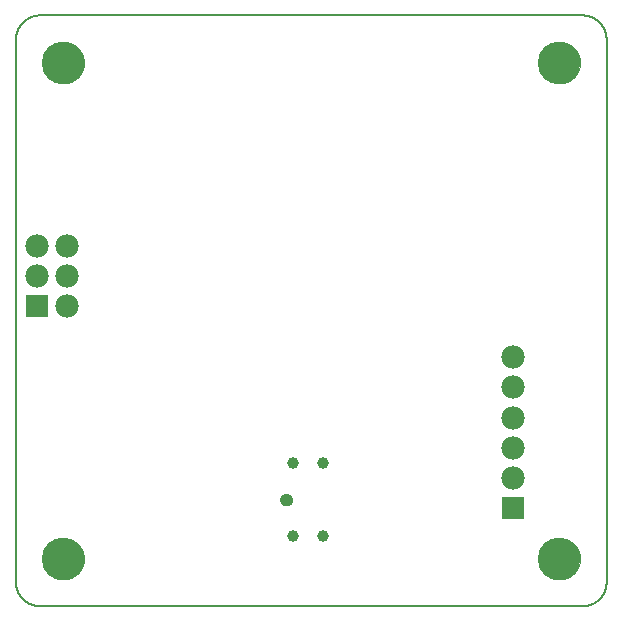
<source format=gbs>
G75*
%MOIN*%
%OFA0B0*%
%FSLAX25Y25*%
%IPPOS*%
%LPD*%
%AMOC8*
5,1,8,0,0,1.08239X$1,22.5*
%
%ADD10C,0.00800*%
%ADD11C,0.00000*%
%ADD12C,0.14180*%
%ADD13R,0.07782X0.07782*%
%ADD14C,0.07782*%
%ADD15C,0.04140*%
%ADD16C,0.03962*%
D10*
X0003031Y0009274D02*
X0003031Y0190376D01*
X0003032Y0190376D02*
X0003034Y0190566D01*
X0003041Y0190756D01*
X0003053Y0190946D01*
X0003069Y0191136D01*
X0003089Y0191325D01*
X0003115Y0191514D01*
X0003144Y0191702D01*
X0003179Y0191889D01*
X0003218Y0192075D01*
X0003261Y0192260D01*
X0003309Y0192445D01*
X0003361Y0192628D01*
X0003417Y0192809D01*
X0003478Y0192989D01*
X0003544Y0193168D01*
X0003613Y0193345D01*
X0003687Y0193521D01*
X0003765Y0193694D01*
X0003848Y0193866D01*
X0003934Y0194035D01*
X0004024Y0194203D01*
X0004119Y0194368D01*
X0004217Y0194531D01*
X0004320Y0194691D01*
X0004426Y0194849D01*
X0004536Y0195004D01*
X0004649Y0195157D01*
X0004767Y0195307D01*
X0004888Y0195453D01*
X0005012Y0195597D01*
X0005140Y0195738D01*
X0005271Y0195876D01*
X0005406Y0196011D01*
X0005544Y0196142D01*
X0005685Y0196270D01*
X0005829Y0196394D01*
X0005975Y0196515D01*
X0006125Y0196633D01*
X0006278Y0196746D01*
X0006433Y0196856D01*
X0006591Y0196962D01*
X0006751Y0197065D01*
X0006914Y0197163D01*
X0007079Y0197258D01*
X0007247Y0197348D01*
X0007416Y0197434D01*
X0007588Y0197517D01*
X0007761Y0197595D01*
X0007937Y0197669D01*
X0008114Y0197738D01*
X0008293Y0197804D01*
X0008473Y0197865D01*
X0008654Y0197921D01*
X0008837Y0197973D01*
X0009022Y0198021D01*
X0009207Y0198064D01*
X0009393Y0198103D01*
X0009580Y0198138D01*
X0009768Y0198167D01*
X0009957Y0198193D01*
X0010146Y0198213D01*
X0010336Y0198229D01*
X0010526Y0198241D01*
X0010716Y0198248D01*
X0010906Y0198250D01*
X0192008Y0198250D01*
X0192198Y0198248D01*
X0192388Y0198241D01*
X0192578Y0198229D01*
X0192768Y0198213D01*
X0192957Y0198193D01*
X0193146Y0198167D01*
X0193334Y0198138D01*
X0193521Y0198103D01*
X0193707Y0198064D01*
X0193892Y0198021D01*
X0194077Y0197973D01*
X0194260Y0197921D01*
X0194441Y0197865D01*
X0194621Y0197804D01*
X0194800Y0197738D01*
X0194977Y0197669D01*
X0195153Y0197595D01*
X0195326Y0197517D01*
X0195498Y0197434D01*
X0195667Y0197348D01*
X0195835Y0197258D01*
X0196000Y0197163D01*
X0196163Y0197065D01*
X0196323Y0196962D01*
X0196481Y0196856D01*
X0196636Y0196746D01*
X0196789Y0196633D01*
X0196939Y0196515D01*
X0197085Y0196394D01*
X0197229Y0196270D01*
X0197370Y0196142D01*
X0197508Y0196011D01*
X0197643Y0195876D01*
X0197774Y0195738D01*
X0197902Y0195597D01*
X0198026Y0195453D01*
X0198147Y0195307D01*
X0198265Y0195157D01*
X0198378Y0195004D01*
X0198488Y0194849D01*
X0198594Y0194691D01*
X0198697Y0194531D01*
X0198795Y0194368D01*
X0198890Y0194203D01*
X0198980Y0194035D01*
X0199066Y0193866D01*
X0199149Y0193694D01*
X0199227Y0193521D01*
X0199301Y0193345D01*
X0199370Y0193168D01*
X0199436Y0192989D01*
X0199497Y0192809D01*
X0199553Y0192628D01*
X0199605Y0192445D01*
X0199653Y0192260D01*
X0199696Y0192075D01*
X0199735Y0191889D01*
X0199770Y0191702D01*
X0199799Y0191514D01*
X0199825Y0191325D01*
X0199845Y0191136D01*
X0199861Y0190946D01*
X0199873Y0190756D01*
X0199880Y0190566D01*
X0199882Y0190376D01*
X0199882Y0009274D01*
X0199880Y0009084D01*
X0199873Y0008894D01*
X0199861Y0008704D01*
X0199845Y0008514D01*
X0199825Y0008325D01*
X0199799Y0008136D01*
X0199770Y0007948D01*
X0199735Y0007761D01*
X0199696Y0007575D01*
X0199653Y0007390D01*
X0199605Y0007205D01*
X0199553Y0007022D01*
X0199497Y0006841D01*
X0199436Y0006661D01*
X0199370Y0006482D01*
X0199301Y0006305D01*
X0199227Y0006129D01*
X0199149Y0005956D01*
X0199066Y0005784D01*
X0198980Y0005615D01*
X0198890Y0005447D01*
X0198795Y0005282D01*
X0198697Y0005119D01*
X0198594Y0004959D01*
X0198488Y0004801D01*
X0198378Y0004646D01*
X0198265Y0004493D01*
X0198147Y0004343D01*
X0198026Y0004197D01*
X0197902Y0004053D01*
X0197774Y0003912D01*
X0197643Y0003774D01*
X0197508Y0003639D01*
X0197370Y0003508D01*
X0197229Y0003380D01*
X0197085Y0003256D01*
X0196939Y0003135D01*
X0196789Y0003017D01*
X0196636Y0002904D01*
X0196481Y0002794D01*
X0196323Y0002688D01*
X0196163Y0002585D01*
X0196000Y0002487D01*
X0195835Y0002392D01*
X0195667Y0002302D01*
X0195498Y0002216D01*
X0195326Y0002133D01*
X0195153Y0002055D01*
X0194977Y0001981D01*
X0194800Y0001912D01*
X0194621Y0001846D01*
X0194441Y0001785D01*
X0194260Y0001729D01*
X0194077Y0001677D01*
X0193892Y0001629D01*
X0193707Y0001586D01*
X0193521Y0001547D01*
X0193334Y0001512D01*
X0193146Y0001483D01*
X0192957Y0001457D01*
X0192768Y0001437D01*
X0192578Y0001421D01*
X0192388Y0001409D01*
X0192198Y0001402D01*
X0192008Y0001400D01*
X0010906Y0001400D01*
X0010716Y0001402D01*
X0010526Y0001409D01*
X0010336Y0001421D01*
X0010146Y0001437D01*
X0009957Y0001457D01*
X0009768Y0001483D01*
X0009580Y0001512D01*
X0009393Y0001547D01*
X0009207Y0001586D01*
X0009022Y0001629D01*
X0008837Y0001677D01*
X0008654Y0001729D01*
X0008473Y0001785D01*
X0008293Y0001846D01*
X0008114Y0001912D01*
X0007937Y0001981D01*
X0007761Y0002055D01*
X0007588Y0002133D01*
X0007416Y0002216D01*
X0007247Y0002302D01*
X0007079Y0002392D01*
X0006914Y0002487D01*
X0006751Y0002585D01*
X0006591Y0002688D01*
X0006433Y0002794D01*
X0006278Y0002904D01*
X0006125Y0003017D01*
X0005975Y0003135D01*
X0005829Y0003256D01*
X0005685Y0003380D01*
X0005544Y0003508D01*
X0005406Y0003639D01*
X0005271Y0003774D01*
X0005140Y0003912D01*
X0005012Y0004053D01*
X0004888Y0004197D01*
X0004767Y0004343D01*
X0004649Y0004493D01*
X0004536Y0004646D01*
X0004426Y0004801D01*
X0004320Y0004959D01*
X0004217Y0005119D01*
X0004119Y0005282D01*
X0004024Y0005447D01*
X0003934Y0005615D01*
X0003848Y0005784D01*
X0003765Y0005956D01*
X0003687Y0006129D01*
X0003613Y0006305D01*
X0003544Y0006482D01*
X0003478Y0006661D01*
X0003417Y0006841D01*
X0003361Y0007022D01*
X0003309Y0007205D01*
X0003261Y0007390D01*
X0003218Y0007575D01*
X0003179Y0007761D01*
X0003144Y0007948D01*
X0003115Y0008136D01*
X0003089Y0008325D01*
X0003069Y0008514D01*
X0003053Y0008704D01*
X0003041Y0008894D01*
X0003034Y0009084D01*
X0003032Y0009274D01*
D11*
X0011890Y0017148D02*
X0011892Y0017317D01*
X0011898Y0017486D01*
X0011909Y0017655D01*
X0011923Y0017823D01*
X0011942Y0017991D01*
X0011965Y0018159D01*
X0011991Y0018326D01*
X0012022Y0018492D01*
X0012057Y0018658D01*
X0012096Y0018822D01*
X0012140Y0018986D01*
X0012187Y0019148D01*
X0012238Y0019309D01*
X0012293Y0019469D01*
X0012352Y0019628D01*
X0012414Y0019785D01*
X0012481Y0019940D01*
X0012552Y0020094D01*
X0012626Y0020246D01*
X0012704Y0020396D01*
X0012785Y0020544D01*
X0012870Y0020690D01*
X0012959Y0020834D01*
X0013051Y0020976D01*
X0013147Y0021115D01*
X0013246Y0021252D01*
X0013348Y0021387D01*
X0013454Y0021519D01*
X0013563Y0021648D01*
X0013675Y0021775D01*
X0013790Y0021899D01*
X0013908Y0022020D01*
X0014029Y0022138D01*
X0014153Y0022253D01*
X0014280Y0022365D01*
X0014409Y0022474D01*
X0014541Y0022580D01*
X0014676Y0022682D01*
X0014813Y0022781D01*
X0014952Y0022877D01*
X0015094Y0022969D01*
X0015238Y0023058D01*
X0015384Y0023143D01*
X0015532Y0023224D01*
X0015682Y0023302D01*
X0015834Y0023376D01*
X0015988Y0023447D01*
X0016143Y0023514D01*
X0016300Y0023576D01*
X0016459Y0023635D01*
X0016619Y0023690D01*
X0016780Y0023741D01*
X0016942Y0023788D01*
X0017106Y0023832D01*
X0017270Y0023871D01*
X0017436Y0023906D01*
X0017602Y0023937D01*
X0017769Y0023963D01*
X0017937Y0023986D01*
X0018105Y0024005D01*
X0018273Y0024019D01*
X0018442Y0024030D01*
X0018611Y0024036D01*
X0018780Y0024038D01*
X0018949Y0024036D01*
X0019118Y0024030D01*
X0019287Y0024019D01*
X0019455Y0024005D01*
X0019623Y0023986D01*
X0019791Y0023963D01*
X0019958Y0023937D01*
X0020124Y0023906D01*
X0020290Y0023871D01*
X0020454Y0023832D01*
X0020618Y0023788D01*
X0020780Y0023741D01*
X0020941Y0023690D01*
X0021101Y0023635D01*
X0021260Y0023576D01*
X0021417Y0023514D01*
X0021572Y0023447D01*
X0021726Y0023376D01*
X0021878Y0023302D01*
X0022028Y0023224D01*
X0022176Y0023143D01*
X0022322Y0023058D01*
X0022466Y0022969D01*
X0022608Y0022877D01*
X0022747Y0022781D01*
X0022884Y0022682D01*
X0023019Y0022580D01*
X0023151Y0022474D01*
X0023280Y0022365D01*
X0023407Y0022253D01*
X0023531Y0022138D01*
X0023652Y0022020D01*
X0023770Y0021899D01*
X0023885Y0021775D01*
X0023997Y0021648D01*
X0024106Y0021519D01*
X0024212Y0021387D01*
X0024314Y0021252D01*
X0024413Y0021115D01*
X0024509Y0020976D01*
X0024601Y0020834D01*
X0024690Y0020690D01*
X0024775Y0020544D01*
X0024856Y0020396D01*
X0024934Y0020246D01*
X0025008Y0020094D01*
X0025079Y0019940D01*
X0025146Y0019785D01*
X0025208Y0019628D01*
X0025267Y0019469D01*
X0025322Y0019309D01*
X0025373Y0019148D01*
X0025420Y0018986D01*
X0025464Y0018822D01*
X0025503Y0018658D01*
X0025538Y0018492D01*
X0025569Y0018326D01*
X0025595Y0018159D01*
X0025618Y0017991D01*
X0025637Y0017823D01*
X0025651Y0017655D01*
X0025662Y0017486D01*
X0025668Y0017317D01*
X0025670Y0017148D01*
X0025668Y0016979D01*
X0025662Y0016810D01*
X0025651Y0016641D01*
X0025637Y0016473D01*
X0025618Y0016305D01*
X0025595Y0016137D01*
X0025569Y0015970D01*
X0025538Y0015804D01*
X0025503Y0015638D01*
X0025464Y0015474D01*
X0025420Y0015310D01*
X0025373Y0015148D01*
X0025322Y0014987D01*
X0025267Y0014827D01*
X0025208Y0014668D01*
X0025146Y0014511D01*
X0025079Y0014356D01*
X0025008Y0014202D01*
X0024934Y0014050D01*
X0024856Y0013900D01*
X0024775Y0013752D01*
X0024690Y0013606D01*
X0024601Y0013462D01*
X0024509Y0013320D01*
X0024413Y0013181D01*
X0024314Y0013044D01*
X0024212Y0012909D01*
X0024106Y0012777D01*
X0023997Y0012648D01*
X0023885Y0012521D01*
X0023770Y0012397D01*
X0023652Y0012276D01*
X0023531Y0012158D01*
X0023407Y0012043D01*
X0023280Y0011931D01*
X0023151Y0011822D01*
X0023019Y0011716D01*
X0022884Y0011614D01*
X0022747Y0011515D01*
X0022608Y0011419D01*
X0022466Y0011327D01*
X0022322Y0011238D01*
X0022176Y0011153D01*
X0022028Y0011072D01*
X0021878Y0010994D01*
X0021726Y0010920D01*
X0021572Y0010849D01*
X0021417Y0010782D01*
X0021260Y0010720D01*
X0021101Y0010661D01*
X0020941Y0010606D01*
X0020780Y0010555D01*
X0020618Y0010508D01*
X0020454Y0010464D01*
X0020290Y0010425D01*
X0020124Y0010390D01*
X0019958Y0010359D01*
X0019791Y0010333D01*
X0019623Y0010310D01*
X0019455Y0010291D01*
X0019287Y0010277D01*
X0019118Y0010266D01*
X0018949Y0010260D01*
X0018780Y0010258D01*
X0018611Y0010260D01*
X0018442Y0010266D01*
X0018273Y0010277D01*
X0018105Y0010291D01*
X0017937Y0010310D01*
X0017769Y0010333D01*
X0017602Y0010359D01*
X0017436Y0010390D01*
X0017270Y0010425D01*
X0017106Y0010464D01*
X0016942Y0010508D01*
X0016780Y0010555D01*
X0016619Y0010606D01*
X0016459Y0010661D01*
X0016300Y0010720D01*
X0016143Y0010782D01*
X0015988Y0010849D01*
X0015834Y0010920D01*
X0015682Y0010994D01*
X0015532Y0011072D01*
X0015384Y0011153D01*
X0015238Y0011238D01*
X0015094Y0011327D01*
X0014952Y0011419D01*
X0014813Y0011515D01*
X0014676Y0011614D01*
X0014541Y0011716D01*
X0014409Y0011822D01*
X0014280Y0011931D01*
X0014153Y0012043D01*
X0014029Y0012158D01*
X0013908Y0012276D01*
X0013790Y0012397D01*
X0013675Y0012521D01*
X0013563Y0012648D01*
X0013454Y0012777D01*
X0013348Y0012909D01*
X0013246Y0013044D01*
X0013147Y0013181D01*
X0013051Y0013320D01*
X0012959Y0013462D01*
X0012870Y0013606D01*
X0012785Y0013752D01*
X0012704Y0013900D01*
X0012626Y0014050D01*
X0012552Y0014202D01*
X0012481Y0014356D01*
X0012414Y0014511D01*
X0012352Y0014668D01*
X0012293Y0014827D01*
X0012238Y0014987D01*
X0012187Y0015148D01*
X0012140Y0015310D01*
X0012096Y0015474D01*
X0012057Y0015638D01*
X0012022Y0015804D01*
X0011991Y0015970D01*
X0011965Y0016137D01*
X0011942Y0016305D01*
X0011923Y0016473D01*
X0011909Y0016641D01*
X0011898Y0016810D01*
X0011892Y0016979D01*
X0011890Y0017148D01*
X0091278Y0036800D02*
X0091280Y0036886D01*
X0091286Y0036973D01*
X0091296Y0037058D01*
X0091310Y0037144D01*
X0091328Y0037228D01*
X0091349Y0037312D01*
X0091375Y0037394D01*
X0091404Y0037476D01*
X0091437Y0037555D01*
X0091474Y0037634D01*
X0091514Y0037710D01*
X0091558Y0037784D01*
X0091605Y0037857D01*
X0091656Y0037927D01*
X0091709Y0037995D01*
X0091766Y0038060D01*
X0091826Y0038122D01*
X0091888Y0038182D01*
X0091953Y0038239D01*
X0092021Y0038292D01*
X0092091Y0038343D01*
X0092164Y0038390D01*
X0092238Y0038434D01*
X0092314Y0038474D01*
X0092393Y0038511D01*
X0092472Y0038544D01*
X0092554Y0038573D01*
X0092636Y0038599D01*
X0092720Y0038620D01*
X0092804Y0038638D01*
X0092890Y0038652D01*
X0092975Y0038662D01*
X0093062Y0038668D01*
X0093148Y0038670D01*
X0093234Y0038668D01*
X0093321Y0038662D01*
X0093406Y0038652D01*
X0093492Y0038638D01*
X0093576Y0038620D01*
X0093660Y0038599D01*
X0093742Y0038573D01*
X0093824Y0038544D01*
X0093903Y0038511D01*
X0093982Y0038474D01*
X0094058Y0038434D01*
X0094132Y0038390D01*
X0094205Y0038343D01*
X0094275Y0038292D01*
X0094343Y0038239D01*
X0094408Y0038182D01*
X0094470Y0038122D01*
X0094530Y0038060D01*
X0094587Y0037995D01*
X0094640Y0037927D01*
X0094691Y0037857D01*
X0094738Y0037784D01*
X0094782Y0037710D01*
X0094822Y0037634D01*
X0094859Y0037555D01*
X0094892Y0037476D01*
X0094921Y0037394D01*
X0094947Y0037312D01*
X0094968Y0037228D01*
X0094986Y0037144D01*
X0095000Y0037058D01*
X0095010Y0036973D01*
X0095016Y0036886D01*
X0095018Y0036800D01*
X0095016Y0036714D01*
X0095010Y0036627D01*
X0095000Y0036542D01*
X0094986Y0036456D01*
X0094968Y0036372D01*
X0094947Y0036288D01*
X0094921Y0036206D01*
X0094892Y0036124D01*
X0094859Y0036045D01*
X0094822Y0035966D01*
X0094782Y0035890D01*
X0094738Y0035816D01*
X0094691Y0035743D01*
X0094640Y0035673D01*
X0094587Y0035605D01*
X0094530Y0035540D01*
X0094470Y0035478D01*
X0094408Y0035418D01*
X0094343Y0035361D01*
X0094275Y0035308D01*
X0094205Y0035257D01*
X0094132Y0035210D01*
X0094058Y0035166D01*
X0093982Y0035126D01*
X0093903Y0035089D01*
X0093824Y0035056D01*
X0093742Y0035027D01*
X0093660Y0035001D01*
X0093576Y0034980D01*
X0093492Y0034962D01*
X0093406Y0034948D01*
X0093321Y0034938D01*
X0093234Y0034932D01*
X0093148Y0034930D01*
X0093062Y0034932D01*
X0092975Y0034938D01*
X0092890Y0034948D01*
X0092804Y0034962D01*
X0092720Y0034980D01*
X0092636Y0035001D01*
X0092554Y0035027D01*
X0092472Y0035056D01*
X0092393Y0035089D01*
X0092314Y0035126D01*
X0092238Y0035166D01*
X0092164Y0035210D01*
X0092091Y0035257D01*
X0092021Y0035308D01*
X0091953Y0035361D01*
X0091888Y0035418D01*
X0091826Y0035478D01*
X0091766Y0035540D01*
X0091709Y0035605D01*
X0091656Y0035673D01*
X0091605Y0035743D01*
X0091558Y0035816D01*
X0091514Y0035890D01*
X0091474Y0035966D01*
X0091437Y0036045D01*
X0091404Y0036124D01*
X0091375Y0036206D01*
X0091349Y0036288D01*
X0091328Y0036372D01*
X0091310Y0036456D01*
X0091296Y0036542D01*
X0091286Y0036627D01*
X0091280Y0036714D01*
X0091278Y0036800D01*
X0177244Y0017148D02*
X0177246Y0017317D01*
X0177252Y0017486D01*
X0177263Y0017655D01*
X0177277Y0017823D01*
X0177296Y0017991D01*
X0177319Y0018159D01*
X0177345Y0018326D01*
X0177376Y0018492D01*
X0177411Y0018658D01*
X0177450Y0018822D01*
X0177494Y0018986D01*
X0177541Y0019148D01*
X0177592Y0019309D01*
X0177647Y0019469D01*
X0177706Y0019628D01*
X0177768Y0019785D01*
X0177835Y0019940D01*
X0177906Y0020094D01*
X0177980Y0020246D01*
X0178058Y0020396D01*
X0178139Y0020544D01*
X0178224Y0020690D01*
X0178313Y0020834D01*
X0178405Y0020976D01*
X0178501Y0021115D01*
X0178600Y0021252D01*
X0178702Y0021387D01*
X0178808Y0021519D01*
X0178917Y0021648D01*
X0179029Y0021775D01*
X0179144Y0021899D01*
X0179262Y0022020D01*
X0179383Y0022138D01*
X0179507Y0022253D01*
X0179634Y0022365D01*
X0179763Y0022474D01*
X0179895Y0022580D01*
X0180030Y0022682D01*
X0180167Y0022781D01*
X0180306Y0022877D01*
X0180448Y0022969D01*
X0180592Y0023058D01*
X0180738Y0023143D01*
X0180886Y0023224D01*
X0181036Y0023302D01*
X0181188Y0023376D01*
X0181342Y0023447D01*
X0181497Y0023514D01*
X0181654Y0023576D01*
X0181813Y0023635D01*
X0181973Y0023690D01*
X0182134Y0023741D01*
X0182296Y0023788D01*
X0182460Y0023832D01*
X0182624Y0023871D01*
X0182790Y0023906D01*
X0182956Y0023937D01*
X0183123Y0023963D01*
X0183291Y0023986D01*
X0183459Y0024005D01*
X0183627Y0024019D01*
X0183796Y0024030D01*
X0183965Y0024036D01*
X0184134Y0024038D01*
X0184303Y0024036D01*
X0184472Y0024030D01*
X0184641Y0024019D01*
X0184809Y0024005D01*
X0184977Y0023986D01*
X0185145Y0023963D01*
X0185312Y0023937D01*
X0185478Y0023906D01*
X0185644Y0023871D01*
X0185808Y0023832D01*
X0185972Y0023788D01*
X0186134Y0023741D01*
X0186295Y0023690D01*
X0186455Y0023635D01*
X0186614Y0023576D01*
X0186771Y0023514D01*
X0186926Y0023447D01*
X0187080Y0023376D01*
X0187232Y0023302D01*
X0187382Y0023224D01*
X0187530Y0023143D01*
X0187676Y0023058D01*
X0187820Y0022969D01*
X0187962Y0022877D01*
X0188101Y0022781D01*
X0188238Y0022682D01*
X0188373Y0022580D01*
X0188505Y0022474D01*
X0188634Y0022365D01*
X0188761Y0022253D01*
X0188885Y0022138D01*
X0189006Y0022020D01*
X0189124Y0021899D01*
X0189239Y0021775D01*
X0189351Y0021648D01*
X0189460Y0021519D01*
X0189566Y0021387D01*
X0189668Y0021252D01*
X0189767Y0021115D01*
X0189863Y0020976D01*
X0189955Y0020834D01*
X0190044Y0020690D01*
X0190129Y0020544D01*
X0190210Y0020396D01*
X0190288Y0020246D01*
X0190362Y0020094D01*
X0190433Y0019940D01*
X0190500Y0019785D01*
X0190562Y0019628D01*
X0190621Y0019469D01*
X0190676Y0019309D01*
X0190727Y0019148D01*
X0190774Y0018986D01*
X0190818Y0018822D01*
X0190857Y0018658D01*
X0190892Y0018492D01*
X0190923Y0018326D01*
X0190949Y0018159D01*
X0190972Y0017991D01*
X0190991Y0017823D01*
X0191005Y0017655D01*
X0191016Y0017486D01*
X0191022Y0017317D01*
X0191024Y0017148D01*
X0191022Y0016979D01*
X0191016Y0016810D01*
X0191005Y0016641D01*
X0190991Y0016473D01*
X0190972Y0016305D01*
X0190949Y0016137D01*
X0190923Y0015970D01*
X0190892Y0015804D01*
X0190857Y0015638D01*
X0190818Y0015474D01*
X0190774Y0015310D01*
X0190727Y0015148D01*
X0190676Y0014987D01*
X0190621Y0014827D01*
X0190562Y0014668D01*
X0190500Y0014511D01*
X0190433Y0014356D01*
X0190362Y0014202D01*
X0190288Y0014050D01*
X0190210Y0013900D01*
X0190129Y0013752D01*
X0190044Y0013606D01*
X0189955Y0013462D01*
X0189863Y0013320D01*
X0189767Y0013181D01*
X0189668Y0013044D01*
X0189566Y0012909D01*
X0189460Y0012777D01*
X0189351Y0012648D01*
X0189239Y0012521D01*
X0189124Y0012397D01*
X0189006Y0012276D01*
X0188885Y0012158D01*
X0188761Y0012043D01*
X0188634Y0011931D01*
X0188505Y0011822D01*
X0188373Y0011716D01*
X0188238Y0011614D01*
X0188101Y0011515D01*
X0187962Y0011419D01*
X0187820Y0011327D01*
X0187676Y0011238D01*
X0187530Y0011153D01*
X0187382Y0011072D01*
X0187232Y0010994D01*
X0187080Y0010920D01*
X0186926Y0010849D01*
X0186771Y0010782D01*
X0186614Y0010720D01*
X0186455Y0010661D01*
X0186295Y0010606D01*
X0186134Y0010555D01*
X0185972Y0010508D01*
X0185808Y0010464D01*
X0185644Y0010425D01*
X0185478Y0010390D01*
X0185312Y0010359D01*
X0185145Y0010333D01*
X0184977Y0010310D01*
X0184809Y0010291D01*
X0184641Y0010277D01*
X0184472Y0010266D01*
X0184303Y0010260D01*
X0184134Y0010258D01*
X0183965Y0010260D01*
X0183796Y0010266D01*
X0183627Y0010277D01*
X0183459Y0010291D01*
X0183291Y0010310D01*
X0183123Y0010333D01*
X0182956Y0010359D01*
X0182790Y0010390D01*
X0182624Y0010425D01*
X0182460Y0010464D01*
X0182296Y0010508D01*
X0182134Y0010555D01*
X0181973Y0010606D01*
X0181813Y0010661D01*
X0181654Y0010720D01*
X0181497Y0010782D01*
X0181342Y0010849D01*
X0181188Y0010920D01*
X0181036Y0010994D01*
X0180886Y0011072D01*
X0180738Y0011153D01*
X0180592Y0011238D01*
X0180448Y0011327D01*
X0180306Y0011419D01*
X0180167Y0011515D01*
X0180030Y0011614D01*
X0179895Y0011716D01*
X0179763Y0011822D01*
X0179634Y0011931D01*
X0179507Y0012043D01*
X0179383Y0012158D01*
X0179262Y0012276D01*
X0179144Y0012397D01*
X0179029Y0012521D01*
X0178917Y0012648D01*
X0178808Y0012777D01*
X0178702Y0012909D01*
X0178600Y0013044D01*
X0178501Y0013181D01*
X0178405Y0013320D01*
X0178313Y0013462D01*
X0178224Y0013606D01*
X0178139Y0013752D01*
X0178058Y0013900D01*
X0177980Y0014050D01*
X0177906Y0014202D01*
X0177835Y0014356D01*
X0177768Y0014511D01*
X0177706Y0014668D01*
X0177647Y0014827D01*
X0177592Y0014987D01*
X0177541Y0015148D01*
X0177494Y0015310D01*
X0177450Y0015474D01*
X0177411Y0015638D01*
X0177376Y0015804D01*
X0177345Y0015970D01*
X0177319Y0016137D01*
X0177296Y0016305D01*
X0177277Y0016473D01*
X0177263Y0016641D01*
X0177252Y0016810D01*
X0177246Y0016979D01*
X0177244Y0017148D01*
X0177244Y0182502D02*
X0177246Y0182671D01*
X0177252Y0182840D01*
X0177263Y0183009D01*
X0177277Y0183177D01*
X0177296Y0183345D01*
X0177319Y0183513D01*
X0177345Y0183680D01*
X0177376Y0183846D01*
X0177411Y0184012D01*
X0177450Y0184176D01*
X0177494Y0184340D01*
X0177541Y0184502D01*
X0177592Y0184663D01*
X0177647Y0184823D01*
X0177706Y0184982D01*
X0177768Y0185139D01*
X0177835Y0185294D01*
X0177906Y0185448D01*
X0177980Y0185600D01*
X0178058Y0185750D01*
X0178139Y0185898D01*
X0178224Y0186044D01*
X0178313Y0186188D01*
X0178405Y0186330D01*
X0178501Y0186469D01*
X0178600Y0186606D01*
X0178702Y0186741D01*
X0178808Y0186873D01*
X0178917Y0187002D01*
X0179029Y0187129D01*
X0179144Y0187253D01*
X0179262Y0187374D01*
X0179383Y0187492D01*
X0179507Y0187607D01*
X0179634Y0187719D01*
X0179763Y0187828D01*
X0179895Y0187934D01*
X0180030Y0188036D01*
X0180167Y0188135D01*
X0180306Y0188231D01*
X0180448Y0188323D01*
X0180592Y0188412D01*
X0180738Y0188497D01*
X0180886Y0188578D01*
X0181036Y0188656D01*
X0181188Y0188730D01*
X0181342Y0188801D01*
X0181497Y0188868D01*
X0181654Y0188930D01*
X0181813Y0188989D01*
X0181973Y0189044D01*
X0182134Y0189095D01*
X0182296Y0189142D01*
X0182460Y0189186D01*
X0182624Y0189225D01*
X0182790Y0189260D01*
X0182956Y0189291D01*
X0183123Y0189317D01*
X0183291Y0189340D01*
X0183459Y0189359D01*
X0183627Y0189373D01*
X0183796Y0189384D01*
X0183965Y0189390D01*
X0184134Y0189392D01*
X0184303Y0189390D01*
X0184472Y0189384D01*
X0184641Y0189373D01*
X0184809Y0189359D01*
X0184977Y0189340D01*
X0185145Y0189317D01*
X0185312Y0189291D01*
X0185478Y0189260D01*
X0185644Y0189225D01*
X0185808Y0189186D01*
X0185972Y0189142D01*
X0186134Y0189095D01*
X0186295Y0189044D01*
X0186455Y0188989D01*
X0186614Y0188930D01*
X0186771Y0188868D01*
X0186926Y0188801D01*
X0187080Y0188730D01*
X0187232Y0188656D01*
X0187382Y0188578D01*
X0187530Y0188497D01*
X0187676Y0188412D01*
X0187820Y0188323D01*
X0187962Y0188231D01*
X0188101Y0188135D01*
X0188238Y0188036D01*
X0188373Y0187934D01*
X0188505Y0187828D01*
X0188634Y0187719D01*
X0188761Y0187607D01*
X0188885Y0187492D01*
X0189006Y0187374D01*
X0189124Y0187253D01*
X0189239Y0187129D01*
X0189351Y0187002D01*
X0189460Y0186873D01*
X0189566Y0186741D01*
X0189668Y0186606D01*
X0189767Y0186469D01*
X0189863Y0186330D01*
X0189955Y0186188D01*
X0190044Y0186044D01*
X0190129Y0185898D01*
X0190210Y0185750D01*
X0190288Y0185600D01*
X0190362Y0185448D01*
X0190433Y0185294D01*
X0190500Y0185139D01*
X0190562Y0184982D01*
X0190621Y0184823D01*
X0190676Y0184663D01*
X0190727Y0184502D01*
X0190774Y0184340D01*
X0190818Y0184176D01*
X0190857Y0184012D01*
X0190892Y0183846D01*
X0190923Y0183680D01*
X0190949Y0183513D01*
X0190972Y0183345D01*
X0190991Y0183177D01*
X0191005Y0183009D01*
X0191016Y0182840D01*
X0191022Y0182671D01*
X0191024Y0182502D01*
X0191022Y0182333D01*
X0191016Y0182164D01*
X0191005Y0181995D01*
X0190991Y0181827D01*
X0190972Y0181659D01*
X0190949Y0181491D01*
X0190923Y0181324D01*
X0190892Y0181158D01*
X0190857Y0180992D01*
X0190818Y0180828D01*
X0190774Y0180664D01*
X0190727Y0180502D01*
X0190676Y0180341D01*
X0190621Y0180181D01*
X0190562Y0180022D01*
X0190500Y0179865D01*
X0190433Y0179710D01*
X0190362Y0179556D01*
X0190288Y0179404D01*
X0190210Y0179254D01*
X0190129Y0179106D01*
X0190044Y0178960D01*
X0189955Y0178816D01*
X0189863Y0178674D01*
X0189767Y0178535D01*
X0189668Y0178398D01*
X0189566Y0178263D01*
X0189460Y0178131D01*
X0189351Y0178002D01*
X0189239Y0177875D01*
X0189124Y0177751D01*
X0189006Y0177630D01*
X0188885Y0177512D01*
X0188761Y0177397D01*
X0188634Y0177285D01*
X0188505Y0177176D01*
X0188373Y0177070D01*
X0188238Y0176968D01*
X0188101Y0176869D01*
X0187962Y0176773D01*
X0187820Y0176681D01*
X0187676Y0176592D01*
X0187530Y0176507D01*
X0187382Y0176426D01*
X0187232Y0176348D01*
X0187080Y0176274D01*
X0186926Y0176203D01*
X0186771Y0176136D01*
X0186614Y0176074D01*
X0186455Y0176015D01*
X0186295Y0175960D01*
X0186134Y0175909D01*
X0185972Y0175862D01*
X0185808Y0175818D01*
X0185644Y0175779D01*
X0185478Y0175744D01*
X0185312Y0175713D01*
X0185145Y0175687D01*
X0184977Y0175664D01*
X0184809Y0175645D01*
X0184641Y0175631D01*
X0184472Y0175620D01*
X0184303Y0175614D01*
X0184134Y0175612D01*
X0183965Y0175614D01*
X0183796Y0175620D01*
X0183627Y0175631D01*
X0183459Y0175645D01*
X0183291Y0175664D01*
X0183123Y0175687D01*
X0182956Y0175713D01*
X0182790Y0175744D01*
X0182624Y0175779D01*
X0182460Y0175818D01*
X0182296Y0175862D01*
X0182134Y0175909D01*
X0181973Y0175960D01*
X0181813Y0176015D01*
X0181654Y0176074D01*
X0181497Y0176136D01*
X0181342Y0176203D01*
X0181188Y0176274D01*
X0181036Y0176348D01*
X0180886Y0176426D01*
X0180738Y0176507D01*
X0180592Y0176592D01*
X0180448Y0176681D01*
X0180306Y0176773D01*
X0180167Y0176869D01*
X0180030Y0176968D01*
X0179895Y0177070D01*
X0179763Y0177176D01*
X0179634Y0177285D01*
X0179507Y0177397D01*
X0179383Y0177512D01*
X0179262Y0177630D01*
X0179144Y0177751D01*
X0179029Y0177875D01*
X0178917Y0178002D01*
X0178808Y0178131D01*
X0178702Y0178263D01*
X0178600Y0178398D01*
X0178501Y0178535D01*
X0178405Y0178674D01*
X0178313Y0178816D01*
X0178224Y0178960D01*
X0178139Y0179106D01*
X0178058Y0179254D01*
X0177980Y0179404D01*
X0177906Y0179556D01*
X0177835Y0179710D01*
X0177768Y0179865D01*
X0177706Y0180022D01*
X0177647Y0180181D01*
X0177592Y0180341D01*
X0177541Y0180502D01*
X0177494Y0180664D01*
X0177450Y0180828D01*
X0177411Y0180992D01*
X0177376Y0181158D01*
X0177345Y0181324D01*
X0177319Y0181491D01*
X0177296Y0181659D01*
X0177277Y0181827D01*
X0177263Y0181995D01*
X0177252Y0182164D01*
X0177246Y0182333D01*
X0177244Y0182502D01*
X0011890Y0182502D02*
X0011892Y0182671D01*
X0011898Y0182840D01*
X0011909Y0183009D01*
X0011923Y0183177D01*
X0011942Y0183345D01*
X0011965Y0183513D01*
X0011991Y0183680D01*
X0012022Y0183846D01*
X0012057Y0184012D01*
X0012096Y0184176D01*
X0012140Y0184340D01*
X0012187Y0184502D01*
X0012238Y0184663D01*
X0012293Y0184823D01*
X0012352Y0184982D01*
X0012414Y0185139D01*
X0012481Y0185294D01*
X0012552Y0185448D01*
X0012626Y0185600D01*
X0012704Y0185750D01*
X0012785Y0185898D01*
X0012870Y0186044D01*
X0012959Y0186188D01*
X0013051Y0186330D01*
X0013147Y0186469D01*
X0013246Y0186606D01*
X0013348Y0186741D01*
X0013454Y0186873D01*
X0013563Y0187002D01*
X0013675Y0187129D01*
X0013790Y0187253D01*
X0013908Y0187374D01*
X0014029Y0187492D01*
X0014153Y0187607D01*
X0014280Y0187719D01*
X0014409Y0187828D01*
X0014541Y0187934D01*
X0014676Y0188036D01*
X0014813Y0188135D01*
X0014952Y0188231D01*
X0015094Y0188323D01*
X0015238Y0188412D01*
X0015384Y0188497D01*
X0015532Y0188578D01*
X0015682Y0188656D01*
X0015834Y0188730D01*
X0015988Y0188801D01*
X0016143Y0188868D01*
X0016300Y0188930D01*
X0016459Y0188989D01*
X0016619Y0189044D01*
X0016780Y0189095D01*
X0016942Y0189142D01*
X0017106Y0189186D01*
X0017270Y0189225D01*
X0017436Y0189260D01*
X0017602Y0189291D01*
X0017769Y0189317D01*
X0017937Y0189340D01*
X0018105Y0189359D01*
X0018273Y0189373D01*
X0018442Y0189384D01*
X0018611Y0189390D01*
X0018780Y0189392D01*
X0018949Y0189390D01*
X0019118Y0189384D01*
X0019287Y0189373D01*
X0019455Y0189359D01*
X0019623Y0189340D01*
X0019791Y0189317D01*
X0019958Y0189291D01*
X0020124Y0189260D01*
X0020290Y0189225D01*
X0020454Y0189186D01*
X0020618Y0189142D01*
X0020780Y0189095D01*
X0020941Y0189044D01*
X0021101Y0188989D01*
X0021260Y0188930D01*
X0021417Y0188868D01*
X0021572Y0188801D01*
X0021726Y0188730D01*
X0021878Y0188656D01*
X0022028Y0188578D01*
X0022176Y0188497D01*
X0022322Y0188412D01*
X0022466Y0188323D01*
X0022608Y0188231D01*
X0022747Y0188135D01*
X0022884Y0188036D01*
X0023019Y0187934D01*
X0023151Y0187828D01*
X0023280Y0187719D01*
X0023407Y0187607D01*
X0023531Y0187492D01*
X0023652Y0187374D01*
X0023770Y0187253D01*
X0023885Y0187129D01*
X0023997Y0187002D01*
X0024106Y0186873D01*
X0024212Y0186741D01*
X0024314Y0186606D01*
X0024413Y0186469D01*
X0024509Y0186330D01*
X0024601Y0186188D01*
X0024690Y0186044D01*
X0024775Y0185898D01*
X0024856Y0185750D01*
X0024934Y0185600D01*
X0025008Y0185448D01*
X0025079Y0185294D01*
X0025146Y0185139D01*
X0025208Y0184982D01*
X0025267Y0184823D01*
X0025322Y0184663D01*
X0025373Y0184502D01*
X0025420Y0184340D01*
X0025464Y0184176D01*
X0025503Y0184012D01*
X0025538Y0183846D01*
X0025569Y0183680D01*
X0025595Y0183513D01*
X0025618Y0183345D01*
X0025637Y0183177D01*
X0025651Y0183009D01*
X0025662Y0182840D01*
X0025668Y0182671D01*
X0025670Y0182502D01*
X0025668Y0182333D01*
X0025662Y0182164D01*
X0025651Y0181995D01*
X0025637Y0181827D01*
X0025618Y0181659D01*
X0025595Y0181491D01*
X0025569Y0181324D01*
X0025538Y0181158D01*
X0025503Y0180992D01*
X0025464Y0180828D01*
X0025420Y0180664D01*
X0025373Y0180502D01*
X0025322Y0180341D01*
X0025267Y0180181D01*
X0025208Y0180022D01*
X0025146Y0179865D01*
X0025079Y0179710D01*
X0025008Y0179556D01*
X0024934Y0179404D01*
X0024856Y0179254D01*
X0024775Y0179106D01*
X0024690Y0178960D01*
X0024601Y0178816D01*
X0024509Y0178674D01*
X0024413Y0178535D01*
X0024314Y0178398D01*
X0024212Y0178263D01*
X0024106Y0178131D01*
X0023997Y0178002D01*
X0023885Y0177875D01*
X0023770Y0177751D01*
X0023652Y0177630D01*
X0023531Y0177512D01*
X0023407Y0177397D01*
X0023280Y0177285D01*
X0023151Y0177176D01*
X0023019Y0177070D01*
X0022884Y0176968D01*
X0022747Y0176869D01*
X0022608Y0176773D01*
X0022466Y0176681D01*
X0022322Y0176592D01*
X0022176Y0176507D01*
X0022028Y0176426D01*
X0021878Y0176348D01*
X0021726Y0176274D01*
X0021572Y0176203D01*
X0021417Y0176136D01*
X0021260Y0176074D01*
X0021101Y0176015D01*
X0020941Y0175960D01*
X0020780Y0175909D01*
X0020618Y0175862D01*
X0020454Y0175818D01*
X0020290Y0175779D01*
X0020124Y0175744D01*
X0019958Y0175713D01*
X0019791Y0175687D01*
X0019623Y0175664D01*
X0019455Y0175645D01*
X0019287Y0175631D01*
X0019118Y0175620D01*
X0018949Y0175614D01*
X0018780Y0175612D01*
X0018611Y0175614D01*
X0018442Y0175620D01*
X0018273Y0175631D01*
X0018105Y0175645D01*
X0017937Y0175664D01*
X0017769Y0175687D01*
X0017602Y0175713D01*
X0017436Y0175744D01*
X0017270Y0175779D01*
X0017106Y0175818D01*
X0016942Y0175862D01*
X0016780Y0175909D01*
X0016619Y0175960D01*
X0016459Y0176015D01*
X0016300Y0176074D01*
X0016143Y0176136D01*
X0015988Y0176203D01*
X0015834Y0176274D01*
X0015682Y0176348D01*
X0015532Y0176426D01*
X0015384Y0176507D01*
X0015238Y0176592D01*
X0015094Y0176681D01*
X0014952Y0176773D01*
X0014813Y0176869D01*
X0014676Y0176968D01*
X0014541Y0177070D01*
X0014409Y0177176D01*
X0014280Y0177285D01*
X0014153Y0177397D01*
X0014029Y0177512D01*
X0013908Y0177630D01*
X0013790Y0177751D01*
X0013675Y0177875D01*
X0013563Y0178002D01*
X0013454Y0178131D01*
X0013348Y0178263D01*
X0013246Y0178398D01*
X0013147Y0178535D01*
X0013051Y0178674D01*
X0012959Y0178816D01*
X0012870Y0178960D01*
X0012785Y0179106D01*
X0012704Y0179254D01*
X0012626Y0179404D01*
X0012552Y0179556D01*
X0012481Y0179710D01*
X0012414Y0179865D01*
X0012352Y0180022D01*
X0012293Y0180181D01*
X0012238Y0180341D01*
X0012187Y0180502D01*
X0012140Y0180664D01*
X0012096Y0180828D01*
X0012057Y0180992D01*
X0012022Y0181158D01*
X0011991Y0181324D01*
X0011965Y0181491D01*
X0011942Y0181659D01*
X0011923Y0181827D01*
X0011909Y0181995D01*
X0011898Y0182164D01*
X0011892Y0182333D01*
X0011890Y0182502D01*
D12*
X0018780Y0182502D03*
X0184134Y0182502D03*
X0184134Y0017148D03*
X0018780Y0017148D03*
D13*
X0010031Y0101400D03*
X0168619Y0034069D03*
D14*
X0168619Y0044108D03*
X0168619Y0054108D03*
X0168619Y0064108D03*
X0168619Y0074226D03*
X0168619Y0084226D03*
X0020031Y0101400D03*
X0020031Y0111400D03*
X0010031Y0111400D03*
X0010031Y0121400D03*
X0020031Y0121400D03*
D15*
X0093148Y0036800D03*
D16*
X0095431Y0024595D03*
X0105431Y0024595D03*
X0105431Y0049005D03*
X0095431Y0049005D03*
M02*

</source>
